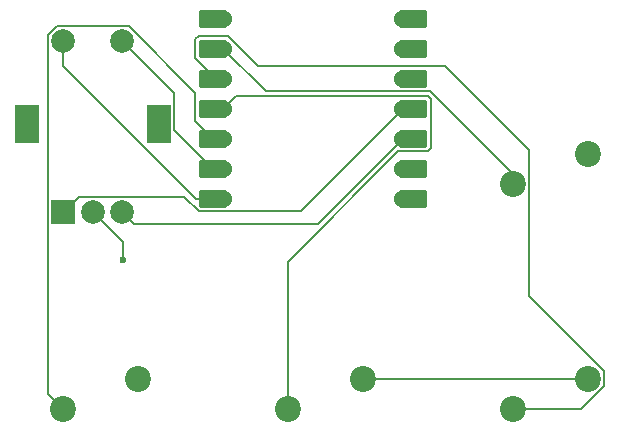
<source format=gbr>
%TF.GenerationSoftware,KiCad,Pcbnew,9.0.7*%
%TF.CreationDate,2026-02-07T20:23:59-06:00*%
%TF.ProjectId,Modded_Hackpad_Final,4d6f6464-6564-45f4-9861-636b7061645f,rev?*%
%TF.SameCoordinates,Original*%
%TF.FileFunction,Copper,L1,Top*%
%TF.FilePolarity,Positive*%
%FSLAX46Y46*%
G04 Gerber Fmt 4.6, Leading zero omitted, Abs format (unit mm)*
G04 Created by KiCad (PCBNEW 9.0.7) date 2026-02-07 20:23:59*
%MOMM*%
%LPD*%
G01*
G04 APERTURE LIST*
G04 Aperture macros list*
%AMRoundRect*
0 Rectangle with rounded corners*
0 $1 Rounding radius*
0 $2 $3 $4 $5 $6 $7 $8 $9 X,Y pos of 4 corners*
0 Add a 4 corners polygon primitive as box body*
4,1,4,$2,$3,$4,$5,$6,$7,$8,$9,$2,$3,0*
0 Add four circle primitives for the rounded corners*
1,1,$1+$1,$2,$3*
1,1,$1+$1,$4,$5*
1,1,$1+$1,$6,$7*
1,1,$1+$1,$8,$9*
0 Add four rect primitives between the rounded corners*
20,1,$1+$1,$2,$3,$4,$5,0*
20,1,$1+$1,$4,$5,$6,$7,0*
20,1,$1+$1,$6,$7,$8,$9,0*
20,1,$1+$1,$8,$9,$2,$3,0*%
G04 Aperture macros list end*
%TA.AperFunction,ComponentPad*%
%ADD10C,2.200000*%
%TD*%
%TA.AperFunction,SMDPad,CuDef*%
%ADD11RoundRect,0.152400X1.063600X0.609600X-1.063600X0.609600X-1.063600X-0.609600X1.063600X-0.609600X0*%
%TD*%
%TA.AperFunction,ComponentPad*%
%ADD12C,1.524000*%
%TD*%
%TA.AperFunction,SMDPad,CuDef*%
%ADD13RoundRect,0.152400X-1.063600X-0.609600X1.063600X-0.609600X1.063600X0.609600X-1.063600X0.609600X0*%
%TD*%
%TA.AperFunction,ComponentPad*%
%ADD14R,2.000000X2.000000*%
%TD*%
%TA.AperFunction,ComponentPad*%
%ADD15C,2.000000*%
%TD*%
%TA.AperFunction,ComponentPad*%
%ADD16R,2.000000X3.200000*%
%TD*%
%TA.AperFunction,ViaPad*%
%ADD17C,0.600000*%
%TD*%
%TA.AperFunction,Conductor*%
%ADD18C,0.200000*%
%TD*%
G04 APERTURE END LIST*
D10*
%TO.P,SW4,1,1*%
%TO.N,Net-(U1-GPIO6{slash}SDA)*%
X64135000Y-93345000D03*
%TO.P,SW4,2,2*%
%TO.N,GND*%
X70485000Y-90805000D03*
%TD*%
%TO.P,SW2,1,1*%
%TO.N,Net-(U1-GPIO28{slash}ADC2{slash}A2)*%
X102235000Y-93345000D03*
%TO.P,SW2,2,2*%
%TO.N,GND*%
X108585000Y-90805000D03*
%TD*%
%TO.P,SW1,1,1*%
%TO.N,Net-(U1-GPIO27{slash}ADC1{slash}A1)*%
X102235000Y-74295000D03*
%TO.P,SW1,2,2*%
%TO.N,GND*%
X108585000Y-71755000D03*
%TD*%
D11*
%TO.P,U1,1,GPIO26/ADC0/A0*%
%TO.N,Net-(D1-DIN)*%
X76889000Y-60325000D03*
D12*
X77724000Y-60325000D03*
D11*
%TO.P,U1,2,GPIO27/ADC1/A1*%
%TO.N,Net-(U1-GPIO27{slash}ADC1{slash}A1)*%
X76889000Y-62865000D03*
D12*
X77724000Y-62865000D03*
D11*
%TO.P,U1,3,GPIO28/ADC2/A2*%
%TO.N,Net-(U1-GPIO28{slash}ADC2{slash}A2)*%
X76889000Y-65405000D03*
D12*
X77724000Y-65405000D03*
D11*
%TO.P,U1,4,GPIO29/ADC3/A3*%
%TO.N,Net-(U1-GPIO29{slash}ADC3{slash}A3)*%
X76889000Y-67945000D03*
D12*
X77724000Y-67945000D03*
D11*
%TO.P,U1,5,GPIO6/SDA*%
%TO.N,Net-(U1-GPIO6{slash}SDA)*%
X76889000Y-70485000D03*
D12*
X77724000Y-70485000D03*
D11*
%TO.P,U1,6,GPIO7/SCL*%
%TO.N,Net-(U1-GPIO7{slash}SCL)*%
X76889000Y-73025000D03*
D12*
X77724000Y-73025000D03*
D11*
%TO.P,U1,7,GPIO0/TX*%
%TO.N,Net-(U1-GPIO0{slash}TX)*%
X76889000Y-75565000D03*
D12*
X77724000Y-75565000D03*
%TO.P,U1,8,GPIO1/RX*%
%TO.N,unconnected-(U1-GPIO1{slash}RX-Pad8)*%
X92964000Y-75565000D03*
D13*
X93799000Y-75565000D03*
D12*
%TO.P,U1,9,GPIO2/SCK*%
%TO.N,unconnected-(U1-GPIO2{slash}SCK-Pad9)*%
X92964000Y-73025000D03*
D13*
X93799000Y-73025000D03*
D12*
%TO.P,U1,10,GPIO4/MISO*%
%TO.N,Net-(U1-GPIO4{slash}MISO)*%
X92964000Y-70485000D03*
D13*
X93799000Y-70485000D03*
D12*
%TO.P,U1,11,GPIO3/MOSI*%
%TO.N,Net-(U1-GPIO3{slash}MOSI)*%
X92964000Y-67945000D03*
D13*
X93799000Y-67945000D03*
D12*
%TO.P,U1,12,3V3*%
%TO.N,unconnected-(U1-3V3-Pad12)*%
X92964000Y-65405000D03*
D13*
X93799000Y-65405000D03*
D12*
%TO.P,U1,13,GND*%
%TO.N,unconnected-(U1-GND-Pad13)*%
X92964000Y-62865000D03*
D13*
X93799000Y-62865000D03*
D12*
%TO.P,U1,14,VBUS*%
%TO.N,unconnected-(U1-VBUS-Pad14)*%
X92964000Y-60325000D03*
D13*
X93799000Y-60325000D03*
%TD*%
D14*
%TO.P,SW12,A,A*%
%TO.N,Net-(U1-GPIO3{slash}MOSI)*%
X64175000Y-76719000D03*
D15*
%TO.P,SW12,B,B*%
%TO.N,Net-(U1-GPIO4{slash}MISO)*%
X69175000Y-76719000D03*
%TO.P,SW12,C,C*%
%TO.N,GND*%
X66675000Y-76719000D03*
D16*
%TO.P,SW12,MP*%
%TO.N,N/C*%
X61075000Y-69219000D03*
X72275000Y-69219000D03*
D15*
%TO.P,SW12,S1,S1*%
%TO.N,Net-(U1-GPIO7{slash}SCL)*%
X69175000Y-62219000D03*
%TO.P,SW12,S2,S2*%
%TO.N,Net-(U1-GPIO0{slash}TX)*%
X64175000Y-62219000D03*
%TD*%
D10*
%TO.P,SW3,1,1*%
%TO.N,Net-(U1-GPIO29{slash}ADC3{slash}A3)*%
X83185000Y-93345000D03*
%TO.P,SW3,2,2*%
%TO.N,GND*%
X89535000Y-90805000D03*
%TD*%
D17*
%TO.N,GND*%
X69215000Y-80796000D03*
%TD*%
D18*
%TO.N,GND*%
X69215000Y-79259000D02*
X69215000Y-80796000D01*
X66675000Y-76719000D02*
X69215000Y-79259000D01*
X89535000Y-90805000D02*
X108585000Y-90805000D01*
%TO.N,Net-(U1-GPIO27{slash}ADC1{slash}A1)*%
X95220726Y-66481000D02*
X81340000Y-66481000D01*
X102235000Y-74295000D02*
X102235000Y-73495274D01*
X81340000Y-66481000D02*
X77724000Y-62865000D01*
X102235000Y-73495274D02*
X95220726Y-66481000D01*
%TO.N,Net-(U1-GPIO28{slash}ADC2{slash}A2)*%
X78164310Y-61802000D02*
X75633374Y-61802000D01*
X96520470Y-64342000D02*
X80704310Y-64342000D01*
X102235000Y-93345000D02*
X108026314Y-93345000D01*
X77110374Y-65405000D02*
X77724000Y-65405000D01*
X75372000Y-62063374D02*
X75372000Y-63666626D01*
X80704310Y-64342000D02*
X78164310Y-61802000D01*
X109986000Y-90151184D02*
X103636000Y-83801184D01*
X109986000Y-91385314D02*
X109986000Y-90151184D01*
X103636000Y-83801184D02*
X103636000Y-71457530D01*
X75633374Y-61802000D02*
X75372000Y-62063374D01*
X75372000Y-63666626D02*
X77110374Y-65405000D01*
X103636000Y-71457530D02*
X96520470Y-64342000D01*
X108026314Y-93345000D02*
X109986000Y-91385314D01*
%TO.N,Net-(U1-GPIO29{slash}ADC3{slash}A3)*%
X83185000Y-93345000D02*
X83185000Y-80886690D01*
X95316000Y-67143374D02*
X95054626Y-66882000D01*
X95054626Y-66882000D02*
X78787000Y-66882000D01*
X83185000Y-80886690D02*
X92523690Y-71548000D01*
X92523690Y-71548000D02*
X95054626Y-71548000D01*
X95316000Y-71286626D02*
X95316000Y-67143374D01*
X78787000Y-66882000D02*
X77724000Y-67945000D01*
X95054626Y-71548000D02*
X95316000Y-71286626D01*
%TO.N,Net-(U1-GPIO6{slash}SDA)*%
X62874000Y-61680108D02*
X63636108Y-60918000D01*
X69713892Y-60918000D02*
X75372000Y-66576108D01*
X63636108Y-60918000D02*
X69713892Y-60918000D01*
X75372000Y-66576108D02*
X75372000Y-68968000D01*
X75372000Y-68968000D02*
X76889000Y-70485000D01*
X64135000Y-93345000D02*
X62874000Y-92084000D01*
X62874000Y-92084000D02*
X62874000Y-61680108D01*
%TO.N,Net-(U1-GPIO0{slash}TX)*%
X75419000Y-75565000D02*
X77724000Y-75565000D01*
X64175000Y-62219000D02*
X64175000Y-64321000D01*
X64175000Y-64321000D02*
X75419000Y-75565000D01*
%TO.N,Net-(U1-GPIO3{slash}MOSI)*%
X84281000Y-76628000D02*
X92964000Y-67945000D01*
X65476000Y-75418000D02*
X74423374Y-75418000D01*
X74423374Y-75418000D02*
X75633374Y-76628000D01*
X64175000Y-76719000D02*
X65476000Y-75418000D01*
X75633374Y-76628000D02*
X84281000Y-76628000D01*
%TO.N,Net-(U1-GPIO4{slash}MISO)*%
X70175000Y-77719000D02*
X85730000Y-77719000D01*
X69175000Y-76719000D02*
X70175000Y-77719000D01*
X85730000Y-77719000D02*
X92964000Y-70485000D01*
%TO.N,Net-(U1-GPIO7{slash}SCL)*%
X73576000Y-69712000D02*
X76889000Y-73025000D01*
X69175000Y-62219000D02*
X73576000Y-66620000D01*
X73576000Y-66620000D02*
X73576000Y-69712000D01*
%TD*%
M02*

</source>
